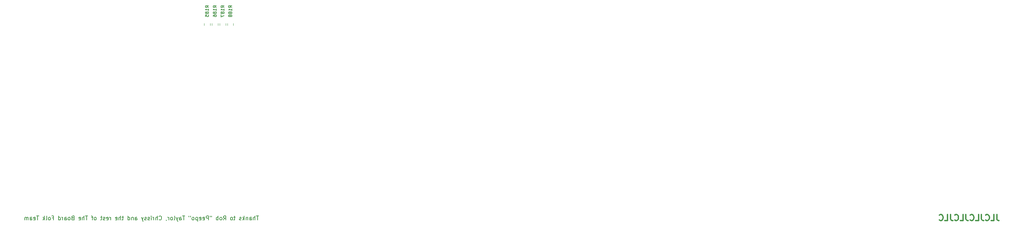
<source format=gbr>
%TF.GenerationSoftware,KiCad,Pcbnew,7.0.7*%
%TF.CreationDate,2023-10-19T16:40:54+01:00*%
%TF.ProjectId,CPC464-2MINI,43504334-3634-42d3-924d-494e492e6b69,rev?*%
%TF.SameCoordinates,Original*%
%TF.FileFunction,Legend,Bot*%
%TF.FilePolarity,Positive*%
%FSLAX46Y46*%
G04 Gerber Fmt 4.6, Leading zero omitted, Abs format (unit mm)*
G04 Created by KiCad (PCBNEW 7.0.7) date 2023-10-19 16:40:54*
%MOMM*%
%LPD*%
G01*
G04 APERTURE LIST*
%ADD10C,0.150000*%
%ADD11C,0.300000*%
%ADD12C,0.120000*%
G04 APERTURE END LIST*
D10*
X73685600Y-110579819D02*
X73114172Y-110579819D01*
X73399886Y-111579819D02*
X73399886Y-110579819D01*
X72780838Y-111579819D02*
X72780838Y-110579819D01*
X72352267Y-111579819D02*
X72352267Y-111056009D01*
X72352267Y-111056009D02*
X72399886Y-110960771D01*
X72399886Y-110960771D02*
X72495124Y-110913152D01*
X72495124Y-110913152D02*
X72637981Y-110913152D01*
X72637981Y-110913152D02*
X72733219Y-110960771D01*
X72733219Y-110960771D02*
X72780838Y-111008390D01*
X71447505Y-111579819D02*
X71447505Y-111056009D01*
X71447505Y-111056009D02*
X71495124Y-110960771D01*
X71495124Y-110960771D02*
X71590362Y-110913152D01*
X71590362Y-110913152D02*
X71780838Y-110913152D01*
X71780838Y-110913152D02*
X71876076Y-110960771D01*
X71447505Y-111532200D02*
X71542743Y-111579819D01*
X71542743Y-111579819D02*
X71780838Y-111579819D01*
X71780838Y-111579819D02*
X71876076Y-111532200D01*
X71876076Y-111532200D02*
X71923695Y-111436961D01*
X71923695Y-111436961D02*
X71923695Y-111341723D01*
X71923695Y-111341723D02*
X71876076Y-111246485D01*
X71876076Y-111246485D02*
X71780838Y-111198866D01*
X71780838Y-111198866D02*
X71542743Y-111198866D01*
X71542743Y-111198866D02*
X71447505Y-111151247D01*
X70971314Y-110913152D02*
X70971314Y-111579819D01*
X70971314Y-111008390D02*
X70923695Y-110960771D01*
X70923695Y-110960771D02*
X70828457Y-110913152D01*
X70828457Y-110913152D02*
X70685600Y-110913152D01*
X70685600Y-110913152D02*
X70590362Y-110960771D01*
X70590362Y-110960771D02*
X70542743Y-111056009D01*
X70542743Y-111056009D02*
X70542743Y-111579819D01*
X70066552Y-111579819D02*
X70066552Y-110579819D01*
X69971314Y-111198866D02*
X69685600Y-111579819D01*
X69685600Y-110913152D02*
X70066552Y-111294104D01*
X69304647Y-111532200D02*
X69209409Y-111579819D01*
X69209409Y-111579819D02*
X69018933Y-111579819D01*
X69018933Y-111579819D02*
X68923695Y-111532200D01*
X68923695Y-111532200D02*
X68876076Y-111436961D01*
X68876076Y-111436961D02*
X68876076Y-111389342D01*
X68876076Y-111389342D02*
X68923695Y-111294104D01*
X68923695Y-111294104D02*
X69018933Y-111246485D01*
X69018933Y-111246485D02*
X69161790Y-111246485D01*
X69161790Y-111246485D02*
X69257028Y-111198866D01*
X69257028Y-111198866D02*
X69304647Y-111103628D01*
X69304647Y-111103628D02*
X69304647Y-111056009D01*
X69304647Y-111056009D02*
X69257028Y-110960771D01*
X69257028Y-110960771D02*
X69161790Y-110913152D01*
X69161790Y-110913152D02*
X69018933Y-110913152D01*
X69018933Y-110913152D02*
X68923695Y-110960771D01*
X67828456Y-110913152D02*
X67447504Y-110913152D01*
X67685599Y-110579819D02*
X67685599Y-111436961D01*
X67685599Y-111436961D02*
X67637980Y-111532200D01*
X67637980Y-111532200D02*
X67542742Y-111579819D01*
X67542742Y-111579819D02*
X67447504Y-111579819D01*
X66971313Y-111579819D02*
X67066551Y-111532200D01*
X67066551Y-111532200D02*
X67114170Y-111484580D01*
X67114170Y-111484580D02*
X67161789Y-111389342D01*
X67161789Y-111389342D02*
X67161789Y-111103628D01*
X67161789Y-111103628D02*
X67114170Y-111008390D01*
X67114170Y-111008390D02*
X67066551Y-110960771D01*
X67066551Y-110960771D02*
X66971313Y-110913152D01*
X66971313Y-110913152D02*
X66828456Y-110913152D01*
X66828456Y-110913152D02*
X66733218Y-110960771D01*
X66733218Y-110960771D02*
X66685599Y-111008390D01*
X66685599Y-111008390D02*
X66637980Y-111103628D01*
X66637980Y-111103628D02*
X66637980Y-111389342D01*
X66637980Y-111389342D02*
X66685599Y-111484580D01*
X66685599Y-111484580D02*
X66733218Y-111532200D01*
X66733218Y-111532200D02*
X66828456Y-111579819D01*
X66828456Y-111579819D02*
X66971313Y-111579819D01*
X64876075Y-111579819D02*
X65209408Y-111103628D01*
X65447503Y-111579819D02*
X65447503Y-110579819D01*
X65447503Y-110579819D02*
X65066551Y-110579819D01*
X65066551Y-110579819D02*
X64971313Y-110627438D01*
X64971313Y-110627438D02*
X64923694Y-110675057D01*
X64923694Y-110675057D02*
X64876075Y-110770295D01*
X64876075Y-110770295D02*
X64876075Y-110913152D01*
X64876075Y-110913152D02*
X64923694Y-111008390D01*
X64923694Y-111008390D02*
X64971313Y-111056009D01*
X64971313Y-111056009D02*
X65066551Y-111103628D01*
X65066551Y-111103628D02*
X65447503Y-111103628D01*
X64304646Y-111579819D02*
X64399884Y-111532200D01*
X64399884Y-111532200D02*
X64447503Y-111484580D01*
X64447503Y-111484580D02*
X64495122Y-111389342D01*
X64495122Y-111389342D02*
X64495122Y-111103628D01*
X64495122Y-111103628D02*
X64447503Y-111008390D01*
X64447503Y-111008390D02*
X64399884Y-110960771D01*
X64399884Y-110960771D02*
X64304646Y-110913152D01*
X64304646Y-110913152D02*
X64161789Y-110913152D01*
X64161789Y-110913152D02*
X64066551Y-110960771D01*
X64066551Y-110960771D02*
X64018932Y-111008390D01*
X64018932Y-111008390D02*
X63971313Y-111103628D01*
X63971313Y-111103628D02*
X63971313Y-111389342D01*
X63971313Y-111389342D02*
X64018932Y-111484580D01*
X64018932Y-111484580D02*
X64066551Y-111532200D01*
X64066551Y-111532200D02*
X64161789Y-111579819D01*
X64161789Y-111579819D02*
X64304646Y-111579819D01*
X63542741Y-111579819D02*
X63542741Y-110579819D01*
X63542741Y-110960771D02*
X63447503Y-110913152D01*
X63447503Y-110913152D02*
X63257027Y-110913152D01*
X63257027Y-110913152D02*
X63161789Y-110960771D01*
X63161789Y-110960771D02*
X63114170Y-111008390D01*
X63114170Y-111008390D02*
X63066551Y-111103628D01*
X63066551Y-111103628D02*
X63066551Y-111389342D01*
X63066551Y-111389342D02*
X63114170Y-111484580D01*
X63114170Y-111484580D02*
X63161789Y-111532200D01*
X63161789Y-111532200D02*
X63257027Y-111579819D01*
X63257027Y-111579819D02*
X63447503Y-111579819D01*
X63447503Y-111579819D02*
X63542741Y-111532200D01*
X61923693Y-110579819D02*
X61923693Y-110770295D01*
X61542741Y-110579819D02*
X61542741Y-110770295D01*
X61114169Y-111579819D02*
X61114169Y-110579819D01*
X61114169Y-110579819D02*
X60733217Y-110579819D01*
X60733217Y-110579819D02*
X60637979Y-110627438D01*
X60637979Y-110627438D02*
X60590360Y-110675057D01*
X60590360Y-110675057D02*
X60542741Y-110770295D01*
X60542741Y-110770295D02*
X60542741Y-110913152D01*
X60542741Y-110913152D02*
X60590360Y-111008390D01*
X60590360Y-111008390D02*
X60637979Y-111056009D01*
X60637979Y-111056009D02*
X60733217Y-111103628D01*
X60733217Y-111103628D02*
X61114169Y-111103628D01*
X59733217Y-111532200D02*
X59828455Y-111579819D01*
X59828455Y-111579819D02*
X60018931Y-111579819D01*
X60018931Y-111579819D02*
X60114169Y-111532200D01*
X60114169Y-111532200D02*
X60161788Y-111436961D01*
X60161788Y-111436961D02*
X60161788Y-111056009D01*
X60161788Y-111056009D02*
X60114169Y-110960771D01*
X60114169Y-110960771D02*
X60018931Y-110913152D01*
X60018931Y-110913152D02*
X59828455Y-110913152D01*
X59828455Y-110913152D02*
X59733217Y-110960771D01*
X59733217Y-110960771D02*
X59685598Y-111056009D01*
X59685598Y-111056009D02*
X59685598Y-111151247D01*
X59685598Y-111151247D02*
X60161788Y-111246485D01*
X58876074Y-111532200D02*
X58971312Y-111579819D01*
X58971312Y-111579819D02*
X59161788Y-111579819D01*
X59161788Y-111579819D02*
X59257026Y-111532200D01*
X59257026Y-111532200D02*
X59304645Y-111436961D01*
X59304645Y-111436961D02*
X59304645Y-111056009D01*
X59304645Y-111056009D02*
X59257026Y-110960771D01*
X59257026Y-110960771D02*
X59161788Y-110913152D01*
X59161788Y-110913152D02*
X58971312Y-110913152D01*
X58971312Y-110913152D02*
X58876074Y-110960771D01*
X58876074Y-110960771D02*
X58828455Y-111056009D01*
X58828455Y-111056009D02*
X58828455Y-111151247D01*
X58828455Y-111151247D02*
X59304645Y-111246485D01*
X58399883Y-110913152D02*
X58399883Y-111913152D01*
X58399883Y-110960771D02*
X58304645Y-110913152D01*
X58304645Y-110913152D02*
X58114169Y-110913152D01*
X58114169Y-110913152D02*
X58018931Y-110960771D01*
X58018931Y-110960771D02*
X57971312Y-111008390D01*
X57971312Y-111008390D02*
X57923693Y-111103628D01*
X57923693Y-111103628D02*
X57923693Y-111389342D01*
X57923693Y-111389342D02*
X57971312Y-111484580D01*
X57971312Y-111484580D02*
X58018931Y-111532200D01*
X58018931Y-111532200D02*
X58114169Y-111579819D01*
X58114169Y-111579819D02*
X58304645Y-111579819D01*
X58304645Y-111579819D02*
X58399883Y-111532200D01*
X57352264Y-111579819D02*
X57447502Y-111532200D01*
X57447502Y-111532200D02*
X57495121Y-111484580D01*
X57495121Y-111484580D02*
X57542740Y-111389342D01*
X57542740Y-111389342D02*
X57542740Y-111103628D01*
X57542740Y-111103628D02*
X57495121Y-111008390D01*
X57495121Y-111008390D02*
X57447502Y-110960771D01*
X57447502Y-110960771D02*
X57352264Y-110913152D01*
X57352264Y-110913152D02*
X57209407Y-110913152D01*
X57209407Y-110913152D02*
X57114169Y-110960771D01*
X57114169Y-110960771D02*
X57066550Y-111008390D01*
X57066550Y-111008390D02*
X57018931Y-111103628D01*
X57018931Y-111103628D02*
X57018931Y-111389342D01*
X57018931Y-111389342D02*
X57066550Y-111484580D01*
X57066550Y-111484580D02*
X57114169Y-111532200D01*
X57114169Y-111532200D02*
X57209407Y-111579819D01*
X57209407Y-111579819D02*
X57352264Y-111579819D01*
X56637978Y-110579819D02*
X56637978Y-110770295D01*
X56257026Y-110579819D02*
X56257026Y-110770295D01*
X55209406Y-110579819D02*
X54637978Y-110579819D01*
X54923692Y-111579819D02*
X54923692Y-110579819D01*
X53876073Y-111579819D02*
X53876073Y-111056009D01*
X53876073Y-111056009D02*
X53923692Y-110960771D01*
X53923692Y-110960771D02*
X54018930Y-110913152D01*
X54018930Y-110913152D02*
X54209406Y-110913152D01*
X54209406Y-110913152D02*
X54304644Y-110960771D01*
X53876073Y-111532200D02*
X53971311Y-111579819D01*
X53971311Y-111579819D02*
X54209406Y-111579819D01*
X54209406Y-111579819D02*
X54304644Y-111532200D01*
X54304644Y-111532200D02*
X54352263Y-111436961D01*
X54352263Y-111436961D02*
X54352263Y-111341723D01*
X54352263Y-111341723D02*
X54304644Y-111246485D01*
X54304644Y-111246485D02*
X54209406Y-111198866D01*
X54209406Y-111198866D02*
X53971311Y-111198866D01*
X53971311Y-111198866D02*
X53876073Y-111151247D01*
X53495120Y-110913152D02*
X53257025Y-111579819D01*
X53018930Y-110913152D02*
X53257025Y-111579819D01*
X53257025Y-111579819D02*
X53352263Y-111817914D01*
X53352263Y-111817914D02*
X53399882Y-111865533D01*
X53399882Y-111865533D02*
X53495120Y-111913152D01*
X52495120Y-111579819D02*
X52590358Y-111532200D01*
X52590358Y-111532200D02*
X52637977Y-111436961D01*
X52637977Y-111436961D02*
X52637977Y-110579819D01*
X51971310Y-111579819D02*
X52066548Y-111532200D01*
X52066548Y-111532200D02*
X52114167Y-111484580D01*
X52114167Y-111484580D02*
X52161786Y-111389342D01*
X52161786Y-111389342D02*
X52161786Y-111103628D01*
X52161786Y-111103628D02*
X52114167Y-111008390D01*
X52114167Y-111008390D02*
X52066548Y-110960771D01*
X52066548Y-110960771D02*
X51971310Y-110913152D01*
X51971310Y-110913152D02*
X51828453Y-110913152D01*
X51828453Y-110913152D02*
X51733215Y-110960771D01*
X51733215Y-110960771D02*
X51685596Y-111008390D01*
X51685596Y-111008390D02*
X51637977Y-111103628D01*
X51637977Y-111103628D02*
X51637977Y-111389342D01*
X51637977Y-111389342D02*
X51685596Y-111484580D01*
X51685596Y-111484580D02*
X51733215Y-111532200D01*
X51733215Y-111532200D02*
X51828453Y-111579819D01*
X51828453Y-111579819D02*
X51971310Y-111579819D01*
X51209405Y-111579819D02*
X51209405Y-110913152D01*
X51209405Y-111103628D02*
X51161786Y-111008390D01*
X51161786Y-111008390D02*
X51114167Y-110960771D01*
X51114167Y-110960771D02*
X51018929Y-110913152D01*
X51018929Y-110913152D02*
X50923691Y-110913152D01*
X50542738Y-111532200D02*
X50542738Y-111579819D01*
X50542738Y-111579819D02*
X50590357Y-111675057D01*
X50590357Y-111675057D02*
X50637976Y-111722676D01*
X48780834Y-111484580D02*
X48828453Y-111532200D01*
X48828453Y-111532200D02*
X48971310Y-111579819D01*
X48971310Y-111579819D02*
X49066548Y-111579819D01*
X49066548Y-111579819D02*
X49209405Y-111532200D01*
X49209405Y-111532200D02*
X49304643Y-111436961D01*
X49304643Y-111436961D02*
X49352262Y-111341723D01*
X49352262Y-111341723D02*
X49399881Y-111151247D01*
X49399881Y-111151247D02*
X49399881Y-111008390D01*
X49399881Y-111008390D02*
X49352262Y-110817914D01*
X49352262Y-110817914D02*
X49304643Y-110722676D01*
X49304643Y-110722676D02*
X49209405Y-110627438D01*
X49209405Y-110627438D02*
X49066548Y-110579819D01*
X49066548Y-110579819D02*
X48971310Y-110579819D01*
X48971310Y-110579819D02*
X48828453Y-110627438D01*
X48828453Y-110627438D02*
X48780834Y-110675057D01*
X48352262Y-111579819D02*
X48352262Y-110579819D01*
X47923691Y-111579819D02*
X47923691Y-111056009D01*
X47923691Y-111056009D02*
X47971310Y-110960771D01*
X47971310Y-110960771D02*
X48066548Y-110913152D01*
X48066548Y-110913152D02*
X48209405Y-110913152D01*
X48209405Y-110913152D02*
X48304643Y-110960771D01*
X48304643Y-110960771D02*
X48352262Y-111008390D01*
X47447500Y-111579819D02*
X47447500Y-110913152D01*
X47447500Y-111103628D02*
X47399881Y-111008390D01*
X47399881Y-111008390D02*
X47352262Y-110960771D01*
X47352262Y-110960771D02*
X47257024Y-110913152D01*
X47257024Y-110913152D02*
X47161786Y-110913152D01*
X46828452Y-111579819D02*
X46828452Y-110913152D01*
X46828452Y-110579819D02*
X46876071Y-110627438D01*
X46876071Y-110627438D02*
X46828452Y-110675057D01*
X46828452Y-110675057D02*
X46780833Y-110627438D01*
X46780833Y-110627438D02*
X46828452Y-110579819D01*
X46828452Y-110579819D02*
X46828452Y-110675057D01*
X46399881Y-111532200D02*
X46304643Y-111579819D01*
X46304643Y-111579819D02*
X46114167Y-111579819D01*
X46114167Y-111579819D02*
X46018929Y-111532200D01*
X46018929Y-111532200D02*
X45971310Y-111436961D01*
X45971310Y-111436961D02*
X45971310Y-111389342D01*
X45971310Y-111389342D02*
X46018929Y-111294104D01*
X46018929Y-111294104D02*
X46114167Y-111246485D01*
X46114167Y-111246485D02*
X46257024Y-111246485D01*
X46257024Y-111246485D02*
X46352262Y-111198866D01*
X46352262Y-111198866D02*
X46399881Y-111103628D01*
X46399881Y-111103628D02*
X46399881Y-111056009D01*
X46399881Y-111056009D02*
X46352262Y-110960771D01*
X46352262Y-110960771D02*
X46257024Y-110913152D01*
X46257024Y-110913152D02*
X46114167Y-110913152D01*
X46114167Y-110913152D02*
X46018929Y-110960771D01*
X45590357Y-111532200D02*
X45495119Y-111579819D01*
X45495119Y-111579819D02*
X45304643Y-111579819D01*
X45304643Y-111579819D02*
X45209405Y-111532200D01*
X45209405Y-111532200D02*
X45161786Y-111436961D01*
X45161786Y-111436961D02*
X45161786Y-111389342D01*
X45161786Y-111389342D02*
X45209405Y-111294104D01*
X45209405Y-111294104D02*
X45304643Y-111246485D01*
X45304643Y-111246485D02*
X45447500Y-111246485D01*
X45447500Y-111246485D02*
X45542738Y-111198866D01*
X45542738Y-111198866D02*
X45590357Y-111103628D01*
X45590357Y-111103628D02*
X45590357Y-111056009D01*
X45590357Y-111056009D02*
X45542738Y-110960771D01*
X45542738Y-110960771D02*
X45447500Y-110913152D01*
X45447500Y-110913152D02*
X45304643Y-110913152D01*
X45304643Y-110913152D02*
X45209405Y-110960771D01*
X44828452Y-110913152D02*
X44590357Y-111579819D01*
X44352262Y-110913152D02*
X44590357Y-111579819D01*
X44590357Y-111579819D02*
X44685595Y-111817914D01*
X44685595Y-111817914D02*
X44733214Y-111865533D01*
X44733214Y-111865533D02*
X44828452Y-111913152D01*
X42780833Y-111579819D02*
X42780833Y-111056009D01*
X42780833Y-111056009D02*
X42828452Y-110960771D01*
X42828452Y-110960771D02*
X42923690Y-110913152D01*
X42923690Y-110913152D02*
X43114166Y-110913152D01*
X43114166Y-110913152D02*
X43209404Y-110960771D01*
X42780833Y-111532200D02*
X42876071Y-111579819D01*
X42876071Y-111579819D02*
X43114166Y-111579819D01*
X43114166Y-111579819D02*
X43209404Y-111532200D01*
X43209404Y-111532200D02*
X43257023Y-111436961D01*
X43257023Y-111436961D02*
X43257023Y-111341723D01*
X43257023Y-111341723D02*
X43209404Y-111246485D01*
X43209404Y-111246485D02*
X43114166Y-111198866D01*
X43114166Y-111198866D02*
X42876071Y-111198866D01*
X42876071Y-111198866D02*
X42780833Y-111151247D01*
X42304642Y-110913152D02*
X42304642Y-111579819D01*
X42304642Y-111008390D02*
X42257023Y-110960771D01*
X42257023Y-110960771D02*
X42161785Y-110913152D01*
X42161785Y-110913152D02*
X42018928Y-110913152D01*
X42018928Y-110913152D02*
X41923690Y-110960771D01*
X41923690Y-110960771D02*
X41876071Y-111056009D01*
X41876071Y-111056009D02*
X41876071Y-111579819D01*
X40971309Y-111579819D02*
X40971309Y-110579819D01*
X40971309Y-111532200D02*
X41066547Y-111579819D01*
X41066547Y-111579819D02*
X41257023Y-111579819D01*
X41257023Y-111579819D02*
X41352261Y-111532200D01*
X41352261Y-111532200D02*
X41399880Y-111484580D01*
X41399880Y-111484580D02*
X41447499Y-111389342D01*
X41447499Y-111389342D02*
X41447499Y-111103628D01*
X41447499Y-111103628D02*
X41399880Y-111008390D01*
X41399880Y-111008390D02*
X41352261Y-110960771D01*
X41352261Y-110960771D02*
X41257023Y-110913152D01*
X41257023Y-110913152D02*
X41066547Y-110913152D01*
X41066547Y-110913152D02*
X40971309Y-110960771D01*
X39876070Y-110913152D02*
X39495118Y-110913152D01*
X39733213Y-110579819D02*
X39733213Y-111436961D01*
X39733213Y-111436961D02*
X39685594Y-111532200D01*
X39685594Y-111532200D02*
X39590356Y-111579819D01*
X39590356Y-111579819D02*
X39495118Y-111579819D01*
X39161784Y-111579819D02*
X39161784Y-110579819D01*
X38733213Y-111579819D02*
X38733213Y-111056009D01*
X38733213Y-111056009D02*
X38780832Y-110960771D01*
X38780832Y-110960771D02*
X38876070Y-110913152D01*
X38876070Y-110913152D02*
X39018927Y-110913152D01*
X39018927Y-110913152D02*
X39114165Y-110960771D01*
X39114165Y-110960771D02*
X39161784Y-111008390D01*
X37876070Y-111532200D02*
X37971308Y-111579819D01*
X37971308Y-111579819D02*
X38161784Y-111579819D01*
X38161784Y-111579819D02*
X38257022Y-111532200D01*
X38257022Y-111532200D02*
X38304641Y-111436961D01*
X38304641Y-111436961D02*
X38304641Y-111056009D01*
X38304641Y-111056009D02*
X38257022Y-110960771D01*
X38257022Y-110960771D02*
X38161784Y-110913152D01*
X38161784Y-110913152D02*
X37971308Y-110913152D01*
X37971308Y-110913152D02*
X37876070Y-110960771D01*
X37876070Y-110960771D02*
X37828451Y-111056009D01*
X37828451Y-111056009D02*
X37828451Y-111151247D01*
X37828451Y-111151247D02*
X38304641Y-111246485D01*
X36637974Y-111579819D02*
X36637974Y-110913152D01*
X36637974Y-111103628D02*
X36590355Y-111008390D01*
X36590355Y-111008390D02*
X36542736Y-110960771D01*
X36542736Y-110960771D02*
X36447498Y-110913152D01*
X36447498Y-110913152D02*
X36352260Y-110913152D01*
X35637974Y-111532200D02*
X35733212Y-111579819D01*
X35733212Y-111579819D02*
X35923688Y-111579819D01*
X35923688Y-111579819D02*
X36018926Y-111532200D01*
X36018926Y-111532200D02*
X36066545Y-111436961D01*
X36066545Y-111436961D02*
X36066545Y-111056009D01*
X36066545Y-111056009D02*
X36018926Y-110960771D01*
X36018926Y-110960771D02*
X35923688Y-110913152D01*
X35923688Y-110913152D02*
X35733212Y-110913152D01*
X35733212Y-110913152D02*
X35637974Y-110960771D01*
X35637974Y-110960771D02*
X35590355Y-111056009D01*
X35590355Y-111056009D02*
X35590355Y-111151247D01*
X35590355Y-111151247D02*
X36066545Y-111246485D01*
X35209402Y-111532200D02*
X35114164Y-111579819D01*
X35114164Y-111579819D02*
X34923688Y-111579819D01*
X34923688Y-111579819D02*
X34828450Y-111532200D01*
X34828450Y-111532200D02*
X34780831Y-111436961D01*
X34780831Y-111436961D02*
X34780831Y-111389342D01*
X34780831Y-111389342D02*
X34828450Y-111294104D01*
X34828450Y-111294104D02*
X34923688Y-111246485D01*
X34923688Y-111246485D02*
X35066545Y-111246485D01*
X35066545Y-111246485D02*
X35161783Y-111198866D01*
X35161783Y-111198866D02*
X35209402Y-111103628D01*
X35209402Y-111103628D02*
X35209402Y-111056009D01*
X35209402Y-111056009D02*
X35161783Y-110960771D01*
X35161783Y-110960771D02*
X35066545Y-110913152D01*
X35066545Y-110913152D02*
X34923688Y-110913152D01*
X34923688Y-110913152D02*
X34828450Y-110960771D01*
X34495116Y-110913152D02*
X34114164Y-110913152D01*
X34352259Y-110579819D02*
X34352259Y-111436961D01*
X34352259Y-111436961D02*
X34304640Y-111532200D01*
X34304640Y-111532200D02*
X34209402Y-111579819D01*
X34209402Y-111579819D02*
X34114164Y-111579819D01*
X32876068Y-111579819D02*
X32971306Y-111532200D01*
X32971306Y-111532200D02*
X33018925Y-111484580D01*
X33018925Y-111484580D02*
X33066544Y-111389342D01*
X33066544Y-111389342D02*
X33066544Y-111103628D01*
X33066544Y-111103628D02*
X33018925Y-111008390D01*
X33018925Y-111008390D02*
X32971306Y-110960771D01*
X32971306Y-110960771D02*
X32876068Y-110913152D01*
X32876068Y-110913152D02*
X32733211Y-110913152D01*
X32733211Y-110913152D02*
X32637973Y-110960771D01*
X32637973Y-110960771D02*
X32590354Y-111008390D01*
X32590354Y-111008390D02*
X32542735Y-111103628D01*
X32542735Y-111103628D02*
X32542735Y-111389342D01*
X32542735Y-111389342D02*
X32590354Y-111484580D01*
X32590354Y-111484580D02*
X32637973Y-111532200D01*
X32637973Y-111532200D02*
X32733211Y-111579819D01*
X32733211Y-111579819D02*
X32876068Y-111579819D01*
X32257020Y-110913152D02*
X31876068Y-110913152D01*
X32114163Y-111579819D02*
X32114163Y-110722676D01*
X32114163Y-110722676D02*
X32066544Y-110627438D01*
X32066544Y-110627438D02*
X31971306Y-110579819D01*
X31971306Y-110579819D02*
X31876068Y-110579819D01*
X30923686Y-110579819D02*
X30352258Y-110579819D01*
X30637972Y-111579819D02*
X30637972Y-110579819D01*
X30018924Y-111579819D02*
X30018924Y-110579819D01*
X29590353Y-111579819D02*
X29590353Y-111056009D01*
X29590353Y-111056009D02*
X29637972Y-110960771D01*
X29637972Y-110960771D02*
X29733210Y-110913152D01*
X29733210Y-110913152D02*
X29876067Y-110913152D01*
X29876067Y-110913152D02*
X29971305Y-110960771D01*
X29971305Y-110960771D02*
X30018924Y-111008390D01*
X28733210Y-111532200D02*
X28828448Y-111579819D01*
X28828448Y-111579819D02*
X29018924Y-111579819D01*
X29018924Y-111579819D02*
X29114162Y-111532200D01*
X29114162Y-111532200D02*
X29161781Y-111436961D01*
X29161781Y-111436961D02*
X29161781Y-111056009D01*
X29161781Y-111056009D02*
X29114162Y-110960771D01*
X29114162Y-110960771D02*
X29018924Y-110913152D01*
X29018924Y-110913152D02*
X28828448Y-110913152D01*
X28828448Y-110913152D02*
X28733210Y-110960771D01*
X28733210Y-110960771D02*
X28685591Y-111056009D01*
X28685591Y-111056009D02*
X28685591Y-111151247D01*
X28685591Y-111151247D02*
X29161781Y-111246485D01*
X27161781Y-111056009D02*
X27018924Y-111103628D01*
X27018924Y-111103628D02*
X26971305Y-111151247D01*
X26971305Y-111151247D02*
X26923686Y-111246485D01*
X26923686Y-111246485D02*
X26923686Y-111389342D01*
X26923686Y-111389342D02*
X26971305Y-111484580D01*
X26971305Y-111484580D02*
X27018924Y-111532200D01*
X27018924Y-111532200D02*
X27114162Y-111579819D01*
X27114162Y-111579819D02*
X27495114Y-111579819D01*
X27495114Y-111579819D02*
X27495114Y-110579819D01*
X27495114Y-110579819D02*
X27161781Y-110579819D01*
X27161781Y-110579819D02*
X27066543Y-110627438D01*
X27066543Y-110627438D02*
X27018924Y-110675057D01*
X27018924Y-110675057D02*
X26971305Y-110770295D01*
X26971305Y-110770295D02*
X26971305Y-110865533D01*
X26971305Y-110865533D02*
X27018924Y-110960771D01*
X27018924Y-110960771D02*
X27066543Y-111008390D01*
X27066543Y-111008390D02*
X27161781Y-111056009D01*
X27161781Y-111056009D02*
X27495114Y-111056009D01*
X26352257Y-111579819D02*
X26447495Y-111532200D01*
X26447495Y-111532200D02*
X26495114Y-111484580D01*
X26495114Y-111484580D02*
X26542733Y-111389342D01*
X26542733Y-111389342D02*
X26542733Y-111103628D01*
X26542733Y-111103628D02*
X26495114Y-111008390D01*
X26495114Y-111008390D02*
X26447495Y-110960771D01*
X26447495Y-110960771D02*
X26352257Y-110913152D01*
X26352257Y-110913152D02*
X26209400Y-110913152D01*
X26209400Y-110913152D02*
X26114162Y-110960771D01*
X26114162Y-110960771D02*
X26066543Y-111008390D01*
X26066543Y-111008390D02*
X26018924Y-111103628D01*
X26018924Y-111103628D02*
X26018924Y-111389342D01*
X26018924Y-111389342D02*
X26066543Y-111484580D01*
X26066543Y-111484580D02*
X26114162Y-111532200D01*
X26114162Y-111532200D02*
X26209400Y-111579819D01*
X26209400Y-111579819D02*
X26352257Y-111579819D01*
X25161781Y-111579819D02*
X25161781Y-111056009D01*
X25161781Y-111056009D02*
X25209400Y-110960771D01*
X25209400Y-110960771D02*
X25304638Y-110913152D01*
X25304638Y-110913152D02*
X25495114Y-110913152D01*
X25495114Y-110913152D02*
X25590352Y-110960771D01*
X25161781Y-111532200D02*
X25257019Y-111579819D01*
X25257019Y-111579819D02*
X25495114Y-111579819D01*
X25495114Y-111579819D02*
X25590352Y-111532200D01*
X25590352Y-111532200D02*
X25637971Y-111436961D01*
X25637971Y-111436961D02*
X25637971Y-111341723D01*
X25637971Y-111341723D02*
X25590352Y-111246485D01*
X25590352Y-111246485D02*
X25495114Y-111198866D01*
X25495114Y-111198866D02*
X25257019Y-111198866D01*
X25257019Y-111198866D02*
X25161781Y-111151247D01*
X24685590Y-111579819D02*
X24685590Y-110913152D01*
X24685590Y-111103628D02*
X24637971Y-111008390D01*
X24637971Y-111008390D02*
X24590352Y-110960771D01*
X24590352Y-110960771D02*
X24495114Y-110913152D01*
X24495114Y-110913152D02*
X24399876Y-110913152D01*
X23637971Y-111579819D02*
X23637971Y-110579819D01*
X23637971Y-111532200D02*
X23733209Y-111579819D01*
X23733209Y-111579819D02*
X23923685Y-111579819D01*
X23923685Y-111579819D02*
X24018923Y-111532200D01*
X24018923Y-111532200D02*
X24066542Y-111484580D01*
X24066542Y-111484580D02*
X24114161Y-111389342D01*
X24114161Y-111389342D02*
X24114161Y-111103628D01*
X24114161Y-111103628D02*
X24066542Y-111008390D01*
X24066542Y-111008390D02*
X24018923Y-110960771D01*
X24018923Y-110960771D02*
X23923685Y-110913152D01*
X23923685Y-110913152D02*
X23733209Y-110913152D01*
X23733209Y-110913152D02*
X23637971Y-110960771D01*
X22066542Y-111056009D02*
X22399875Y-111056009D01*
X22399875Y-111579819D02*
X22399875Y-110579819D01*
X22399875Y-110579819D02*
X21923685Y-110579819D01*
X21399875Y-111579819D02*
X21495113Y-111532200D01*
X21495113Y-111532200D02*
X21542732Y-111484580D01*
X21542732Y-111484580D02*
X21590351Y-111389342D01*
X21590351Y-111389342D02*
X21590351Y-111103628D01*
X21590351Y-111103628D02*
X21542732Y-111008390D01*
X21542732Y-111008390D02*
X21495113Y-110960771D01*
X21495113Y-110960771D02*
X21399875Y-110913152D01*
X21399875Y-110913152D02*
X21257018Y-110913152D01*
X21257018Y-110913152D02*
X21161780Y-110960771D01*
X21161780Y-110960771D02*
X21114161Y-111008390D01*
X21114161Y-111008390D02*
X21066542Y-111103628D01*
X21066542Y-111103628D02*
X21066542Y-111389342D01*
X21066542Y-111389342D02*
X21114161Y-111484580D01*
X21114161Y-111484580D02*
X21161780Y-111532200D01*
X21161780Y-111532200D02*
X21257018Y-111579819D01*
X21257018Y-111579819D02*
X21399875Y-111579819D01*
X20495113Y-111579819D02*
X20590351Y-111532200D01*
X20590351Y-111532200D02*
X20637970Y-111436961D01*
X20637970Y-111436961D02*
X20637970Y-110579819D01*
X20114160Y-111579819D02*
X20114160Y-110579819D01*
X20018922Y-111198866D02*
X19733208Y-111579819D01*
X19733208Y-110913152D02*
X20114160Y-111294104D01*
X18685588Y-110579819D02*
X18114160Y-110579819D01*
X18399874Y-111579819D02*
X18399874Y-110579819D01*
X17399874Y-111532200D02*
X17495112Y-111579819D01*
X17495112Y-111579819D02*
X17685588Y-111579819D01*
X17685588Y-111579819D02*
X17780826Y-111532200D01*
X17780826Y-111532200D02*
X17828445Y-111436961D01*
X17828445Y-111436961D02*
X17828445Y-111056009D01*
X17828445Y-111056009D02*
X17780826Y-110960771D01*
X17780826Y-110960771D02*
X17685588Y-110913152D01*
X17685588Y-110913152D02*
X17495112Y-110913152D01*
X17495112Y-110913152D02*
X17399874Y-110960771D01*
X17399874Y-110960771D02*
X17352255Y-111056009D01*
X17352255Y-111056009D02*
X17352255Y-111151247D01*
X17352255Y-111151247D02*
X17828445Y-111246485D01*
X16495112Y-111579819D02*
X16495112Y-111056009D01*
X16495112Y-111056009D02*
X16542731Y-110960771D01*
X16542731Y-110960771D02*
X16637969Y-110913152D01*
X16637969Y-110913152D02*
X16828445Y-110913152D01*
X16828445Y-110913152D02*
X16923683Y-110960771D01*
X16495112Y-111532200D02*
X16590350Y-111579819D01*
X16590350Y-111579819D02*
X16828445Y-111579819D01*
X16828445Y-111579819D02*
X16923683Y-111532200D01*
X16923683Y-111532200D02*
X16971302Y-111436961D01*
X16971302Y-111436961D02*
X16971302Y-111341723D01*
X16971302Y-111341723D02*
X16923683Y-111246485D01*
X16923683Y-111246485D02*
X16828445Y-111198866D01*
X16828445Y-111198866D02*
X16590350Y-111198866D01*
X16590350Y-111198866D02*
X16495112Y-111151247D01*
X16018921Y-111579819D02*
X16018921Y-110913152D01*
X16018921Y-111008390D02*
X15971302Y-110960771D01*
X15971302Y-110960771D02*
X15876064Y-110913152D01*
X15876064Y-110913152D02*
X15733207Y-110913152D01*
X15733207Y-110913152D02*
X15637969Y-110960771D01*
X15637969Y-110960771D02*
X15590350Y-111056009D01*
X15590350Y-111056009D02*
X15590350Y-111579819D01*
X15590350Y-111056009D02*
X15542731Y-110960771D01*
X15542731Y-110960771D02*
X15447493Y-110913152D01*
X15447493Y-110913152D02*
X15304636Y-110913152D01*
X15304636Y-110913152D02*
X15209397Y-110960771D01*
X15209397Y-110960771D02*
X15161778Y-111056009D01*
X15161778Y-111056009D02*
X15161778Y-111579819D01*
D11*
X258291917Y-110225828D02*
X258291917Y-111297257D01*
X258291917Y-111297257D02*
X258363346Y-111511542D01*
X258363346Y-111511542D02*
X258506203Y-111654400D01*
X258506203Y-111654400D02*
X258720489Y-111725828D01*
X258720489Y-111725828D02*
X258863346Y-111725828D01*
X256863346Y-111725828D02*
X257577632Y-111725828D01*
X257577632Y-111725828D02*
X257577632Y-110225828D01*
X255506203Y-111582971D02*
X255577631Y-111654400D01*
X255577631Y-111654400D02*
X255791917Y-111725828D01*
X255791917Y-111725828D02*
X255934774Y-111725828D01*
X255934774Y-111725828D02*
X256149060Y-111654400D01*
X256149060Y-111654400D02*
X256291917Y-111511542D01*
X256291917Y-111511542D02*
X256363346Y-111368685D01*
X256363346Y-111368685D02*
X256434774Y-111082971D01*
X256434774Y-111082971D02*
X256434774Y-110868685D01*
X256434774Y-110868685D02*
X256363346Y-110582971D01*
X256363346Y-110582971D02*
X256291917Y-110440114D01*
X256291917Y-110440114D02*
X256149060Y-110297257D01*
X256149060Y-110297257D02*
X255934774Y-110225828D01*
X255934774Y-110225828D02*
X255791917Y-110225828D01*
X255791917Y-110225828D02*
X255577631Y-110297257D01*
X255577631Y-110297257D02*
X255506203Y-110368685D01*
X254434774Y-110225828D02*
X254434774Y-111297257D01*
X254434774Y-111297257D02*
X254506203Y-111511542D01*
X254506203Y-111511542D02*
X254649060Y-111654400D01*
X254649060Y-111654400D02*
X254863346Y-111725828D01*
X254863346Y-111725828D02*
X255006203Y-111725828D01*
X253006203Y-111725828D02*
X253720489Y-111725828D01*
X253720489Y-111725828D02*
X253720489Y-110225828D01*
X251649060Y-111582971D02*
X251720488Y-111654400D01*
X251720488Y-111654400D02*
X251934774Y-111725828D01*
X251934774Y-111725828D02*
X252077631Y-111725828D01*
X252077631Y-111725828D02*
X252291917Y-111654400D01*
X252291917Y-111654400D02*
X252434774Y-111511542D01*
X252434774Y-111511542D02*
X252506203Y-111368685D01*
X252506203Y-111368685D02*
X252577631Y-111082971D01*
X252577631Y-111082971D02*
X252577631Y-110868685D01*
X252577631Y-110868685D02*
X252506203Y-110582971D01*
X252506203Y-110582971D02*
X252434774Y-110440114D01*
X252434774Y-110440114D02*
X252291917Y-110297257D01*
X252291917Y-110297257D02*
X252077631Y-110225828D01*
X252077631Y-110225828D02*
X251934774Y-110225828D01*
X251934774Y-110225828D02*
X251720488Y-110297257D01*
X251720488Y-110297257D02*
X251649060Y-110368685D01*
X250577631Y-110225828D02*
X250577631Y-111297257D01*
X250577631Y-111297257D02*
X250649060Y-111511542D01*
X250649060Y-111511542D02*
X250791917Y-111654400D01*
X250791917Y-111654400D02*
X251006203Y-111725828D01*
X251006203Y-111725828D02*
X251149060Y-111725828D01*
X249149060Y-111725828D02*
X249863346Y-111725828D01*
X249863346Y-111725828D02*
X249863346Y-110225828D01*
X247791917Y-111582971D02*
X247863345Y-111654400D01*
X247863345Y-111654400D02*
X248077631Y-111725828D01*
X248077631Y-111725828D02*
X248220488Y-111725828D01*
X248220488Y-111725828D02*
X248434774Y-111654400D01*
X248434774Y-111654400D02*
X248577631Y-111511542D01*
X248577631Y-111511542D02*
X248649060Y-111368685D01*
X248649060Y-111368685D02*
X248720488Y-111082971D01*
X248720488Y-111082971D02*
X248720488Y-110868685D01*
X248720488Y-110868685D02*
X248649060Y-110582971D01*
X248649060Y-110582971D02*
X248577631Y-110440114D01*
X248577631Y-110440114D02*
X248434774Y-110297257D01*
X248434774Y-110297257D02*
X248220488Y-110225828D01*
X248220488Y-110225828D02*
X248077631Y-110225828D01*
X248077631Y-110225828D02*
X247863345Y-110297257D01*
X247863345Y-110297257D02*
X247791917Y-110368685D01*
X246720488Y-110225828D02*
X246720488Y-111297257D01*
X246720488Y-111297257D02*
X246791917Y-111511542D01*
X246791917Y-111511542D02*
X246934774Y-111654400D01*
X246934774Y-111654400D02*
X247149060Y-111725828D01*
X247149060Y-111725828D02*
X247291917Y-111725828D01*
X245291917Y-111725828D02*
X246006203Y-111725828D01*
X246006203Y-111725828D02*
X246006203Y-110225828D01*
X243934774Y-111582971D02*
X244006202Y-111654400D01*
X244006202Y-111654400D02*
X244220488Y-111725828D01*
X244220488Y-111725828D02*
X244363345Y-111725828D01*
X244363345Y-111725828D02*
X244577631Y-111654400D01*
X244577631Y-111654400D02*
X244720488Y-111511542D01*
X244720488Y-111511542D02*
X244791917Y-111368685D01*
X244791917Y-111368685D02*
X244863345Y-111082971D01*
X244863345Y-111082971D02*
X244863345Y-110868685D01*
X244863345Y-110868685D02*
X244791917Y-110582971D01*
X244791917Y-110582971D02*
X244720488Y-110440114D01*
X244720488Y-110440114D02*
X244577631Y-110297257D01*
X244577631Y-110297257D02*
X244363345Y-110225828D01*
X244363345Y-110225828D02*
X244220488Y-110225828D01*
X244220488Y-110225828D02*
X244006202Y-110297257D01*
X244006202Y-110297257D02*
X243934774Y-110368685D01*
D10*
X65037295Y-58419762D02*
X64656342Y-58153095D01*
X65037295Y-57962619D02*
X64237295Y-57962619D01*
X64237295Y-57962619D02*
X64237295Y-58267381D01*
X64237295Y-58267381D02*
X64275390Y-58343571D01*
X64275390Y-58343571D02*
X64313485Y-58381666D01*
X64313485Y-58381666D02*
X64389676Y-58419762D01*
X64389676Y-58419762D02*
X64503961Y-58419762D01*
X64503961Y-58419762D02*
X64580152Y-58381666D01*
X64580152Y-58381666D02*
X64618247Y-58343571D01*
X64618247Y-58343571D02*
X64656342Y-58267381D01*
X64656342Y-58267381D02*
X64656342Y-57962619D01*
X65037295Y-59181666D02*
X65037295Y-58724523D01*
X65037295Y-58953095D02*
X64237295Y-58953095D01*
X64237295Y-58953095D02*
X64351580Y-58876904D01*
X64351580Y-58876904D02*
X64427771Y-58800714D01*
X64427771Y-58800714D02*
X64465866Y-58724523D01*
X64580152Y-59638809D02*
X64542057Y-59562619D01*
X64542057Y-59562619D02*
X64503961Y-59524524D01*
X64503961Y-59524524D02*
X64427771Y-59486428D01*
X64427771Y-59486428D02*
X64389676Y-59486428D01*
X64389676Y-59486428D02*
X64313485Y-59524524D01*
X64313485Y-59524524D02*
X64275390Y-59562619D01*
X64275390Y-59562619D02*
X64237295Y-59638809D01*
X64237295Y-59638809D02*
X64237295Y-59791190D01*
X64237295Y-59791190D02*
X64275390Y-59867381D01*
X64275390Y-59867381D02*
X64313485Y-59905476D01*
X64313485Y-59905476D02*
X64389676Y-59943571D01*
X64389676Y-59943571D02*
X64427771Y-59943571D01*
X64427771Y-59943571D02*
X64503961Y-59905476D01*
X64503961Y-59905476D02*
X64542057Y-59867381D01*
X64542057Y-59867381D02*
X64580152Y-59791190D01*
X64580152Y-59791190D02*
X64580152Y-59638809D01*
X64580152Y-59638809D02*
X64618247Y-59562619D01*
X64618247Y-59562619D02*
X64656342Y-59524524D01*
X64656342Y-59524524D02*
X64732533Y-59486428D01*
X64732533Y-59486428D02*
X64884914Y-59486428D01*
X64884914Y-59486428D02*
X64961104Y-59524524D01*
X64961104Y-59524524D02*
X64999200Y-59562619D01*
X64999200Y-59562619D02*
X65037295Y-59638809D01*
X65037295Y-59638809D02*
X65037295Y-59791190D01*
X65037295Y-59791190D02*
X64999200Y-59867381D01*
X64999200Y-59867381D02*
X64961104Y-59905476D01*
X64961104Y-59905476D02*
X64884914Y-59943571D01*
X64884914Y-59943571D02*
X64732533Y-59943571D01*
X64732533Y-59943571D02*
X64656342Y-59905476D01*
X64656342Y-59905476D02*
X64618247Y-59867381D01*
X64618247Y-59867381D02*
X64580152Y-59791190D01*
X64237295Y-60210238D02*
X64237295Y-60743572D01*
X64237295Y-60743572D02*
X65037295Y-60400714D01*
X63097295Y-58419762D02*
X62716342Y-58153095D01*
X63097295Y-57962619D02*
X62297295Y-57962619D01*
X62297295Y-57962619D02*
X62297295Y-58267381D01*
X62297295Y-58267381D02*
X62335390Y-58343571D01*
X62335390Y-58343571D02*
X62373485Y-58381666D01*
X62373485Y-58381666D02*
X62449676Y-58419762D01*
X62449676Y-58419762D02*
X62563961Y-58419762D01*
X62563961Y-58419762D02*
X62640152Y-58381666D01*
X62640152Y-58381666D02*
X62678247Y-58343571D01*
X62678247Y-58343571D02*
X62716342Y-58267381D01*
X62716342Y-58267381D02*
X62716342Y-57962619D01*
X63097295Y-59181666D02*
X63097295Y-58724523D01*
X63097295Y-58953095D02*
X62297295Y-58953095D01*
X62297295Y-58953095D02*
X62411580Y-58876904D01*
X62411580Y-58876904D02*
X62487771Y-58800714D01*
X62487771Y-58800714D02*
X62525866Y-58724523D01*
X62640152Y-59638809D02*
X62602057Y-59562619D01*
X62602057Y-59562619D02*
X62563961Y-59524524D01*
X62563961Y-59524524D02*
X62487771Y-59486428D01*
X62487771Y-59486428D02*
X62449676Y-59486428D01*
X62449676Y-59486428D02*
X62373485Y-59524524D01*
X62373485Y-59524524D02*
X62335390Y-59562619D01*
X62335390Y-59562619D02*
X62297295Y-59638809D01*
X62297295Y-59638809D02*
X62297295Y-59791190D01*
X62297295Y-59791190D02*
X62335390Y-59867381D01*
X62335390Y-59867381D02*
X62373485Y-59905476D01*
X62373485Y-59905476D02*
X62449676Y-59943571D01*
X62449676Y-59943571D02*
X62487771Y-59943571D01*
X62487771Y-59943571D02*
X62563961Y-59905476D01*
X62563961Y-59905476D02*
X62602057Y-59867381D01*
X62602057Y-59867381D02*
X62640152Y-59791190D01*
X62640152Y-59791190D02*
X62640152Y-59638809D01*
X62640152Y-59638809D02*
X62678247Y-59562619D01*
X62678247Y-59562619D02*
X62716342Y-59524524D01*
X62716342Y-59524524D02*
X62792533Y-59486428D01*
X62792533Y-59486428D02*
X62944914Y-59486428D01*
X62944914Y-59486428D02*
X63021104Y-59524524D01*
X63021104Y-59524524D02*
X63059200Y-59562619D01*
X63059200Y-59562619D02*
X63097295Y-59638809D01*
X63097295Y-59638809D02*
X63097295Y-59791190D01*
X63097295Y-59791190D02*
X63059200Y-59867381D01*
X63059200Y-59867381D02*
X63021104Y-59905476D01*
X63021104Y-59905476D02*
X62944914Y-59943571D01*
X62944914Y-59943571D02*
X62792533Y-59943571D01*
X62792533Y-59943571D02*
X62716342Y-59905476D01*
X62716342Y-59905476D02*
X62678247Y-59867381D01*
X62678247Y-59867381D02*
X62640152Y-59791190D01*
X62297295Y-60629286D02*
X62297295Y-60476905D01*
X62297295Y-60476905D02*
X62335390Y-60400714D01*
X62335390Y-60400714D02*
X62373485Y-60362619D01*
X62373485Y-60362619D02*
X62487771Y-60286429D01*
X62487771Y-60286429D02*
X62640152Y-60248333D01*
X62640152Y-60248333D02*
X62944914Y-60248333D01*
X62944914Y-60248333D02*
X63021104Y-60286429D01*
X63021104Y-60286429D02*
X63059200Y-60324524D01*
X63059200Y-60324524D02*
X63097295Y-60400714D01*
X63097295Y-60400714D02*
X63097295Y-60553095D01*
X63097295Y-60553095D02*
X63059200Y-60629286D01*
X63059200Y-60629286D02*
X63021104Y-60667381D01*
X63021104Y-60667381D02*
X62944914Y-60705476D01*
X62944914Y-60705476D02*
X62754438Y-60705476D01*
X62754438Y-60705476D02*
X62678247Y-60667381D01*
X62678247Y-60667381D02*
X62640152Y-60629286D01*
X62640152Y-60629286D02*
X62602057Y-60553095D01*
X62602057Y-60553095D02*
X62602057Y-60400714D01*
X62602057Y-60400714D02*
X62640152Y-60324524D01*
X62640152Y-60324524D02*
X62678247Y-60286429D01*
X62678247Y-60286429D02*
X62754438Y-60248333D01*
X61167295Y-58419762D02*
X60786342Y-58153095D01*
X61167295Y-57962619D02*
X60367295Y-57962619D01*
X60367295Y-57962619D02*
X60367295Y-58267381D01*
X60367295Y-58267381D02*
X60405390Y-58343571D01*
X60405390Y-58343571D02*
X60443485Y-58381666D01*
X60443485Y-58381666D02*
X60519676Y-58419762D01*
X60519676Y-58419762D02*
X60633961Y-58419762D01*
X60633961Y-58419762D02*
X60710152Y-58381666D01*
X60710152Y-58381666D02*
X60748247Y-58343571D01*
X60748247Y-58343571D02*
X60786342Y-58267381D01*
X60786342Y-58267381D02*
X60786342Y-57962619D01*
X61167295Y-59181666D02*
X61167295Y-58724523D01*
X61167295Y-58953095D02*
X60367295Y-58953095D01*
X60367295Y-58953095D02*
X60481580Y-58876904D01*
X60481580Y-58876904D02*
X60557771Y-58800714D01*
X60557771Y-58800714D02*
X60595866Y-58724523D01*
X60710152Y-59638809D02*
X60672057Y-59562619D01*
X60672057Y-59562619D02*
X60633961Y-59524524D01*
X60633961Y-59524524D02*
X60557771Y-59486428D01*
X60557771Y-59486428D02*
X60519676Y-59486428D01*
X60519676Y-59486428D02*
X60443485Y-59524524D01*
X60443485Y-59524524D02*
X60405390Y-59562619D01*
X60405390Y-59562619D02*
X60367295Y-59638809D01*
X60367295Y-59638809D02*
X60367295Y-59791190D01*
X60367295Y-59791190D02*
X60405390Y-59867381D01*
X60405390Y-59867381D02*
X60443485Y-59905476D01*
X60443485Y-59905476D02*
X60519676Y-59943571D01*
X60519676Y-59943571D02*
X60557771Y-59943571D01*
X60557771Y-59943571D02*
X60633961Y-59905476D01*
X60633961Y-59905476D02*
X60672057Y-59867381D01*
X60672057Y-59867381D02*
X60710152Y-59791190D01*
X60710152Y-59791190D02*
X60710152Y-59638809D01*
X60710152Y-59638809D02*
X60748247Y-59562619D01*
X60748247Y-59562619D02*
X60786342Y-59524524D01*
X60786342Y-59524524D02*
X60862533Y-59486428D01*
X60862533Y-59486428D02*
X61014914Y-59486428D01*
X61014914Y-59486428D02*
X61091104Y-59524524D01*
X61091104Y-59524524D02*
X61129200Y-59562619D01*
X61129200Y-59562619D02*
X61167295Y-59638809D01*
X61167295Y-59638809D02*
X61167295Y-59791190D01*
X61167295Y-59791190D02*
X61129200Y-59867381D01*
X61129200Y-59867381D02*
X61091104Y-59905476D01*
X61091104Y-59905476D02*
X61014914Y-59943571D01*
X61014914Y-59943571D02*
X60862533Y-59943571D01*
X60862533Y-59943571D02*
X60786342Y-59905476D01*
X60786342Y-59905476D02*
X60748247Y-59867381D01*
X60748247Y-59867381D02*
X60710152Y-59791190D01*
X60367295Y-60667381D02*
X60367295Y-60286429D01*
X60367295Y-60286429D02*
X60748247Y-60248333D01*
X60748247Y-60248333D02*
X60710152Y-60286429D01*
X60710152Y-60286429D02*
X60672057Y-60362619D01*
X60672057Y-60362619D02*
X60672057Y-60553095D01*
X60672057Y-60553095D02*
X60710152Y-60629286D01*
X60710152Y-60629286D02*
X60748247Y-60667381D01*
X60748247Y-60667381D02*
X60824438Y-60705476D01*
X60824438Y-60705476D02*
X61014914Y-60705476D01*
X61014914Y-60705476D02*
X61091104Y-60667381D01*
X61091104Y-60667381D02*
X61129200Y-60629286D01*
X61129200Y-60629286D02*
X61167295Y-60553095D01*
X61167295Y-60553095D02*
X61167295Y-60362619D01*
X61167295Y-60362619D02*
X61129200Y-60286429D01*
X61129200Y-60286429D02*
X61091104Y-60248333D01*
X66977295Y-58419762D02*
X66596342Y-58153095D01*
X66977295Y-57962619D02*
X66177295Y-57962619D01*
X66177295Y-57962619D02*
X66177295Y-58267381D01*
X66177295Y-58267381D02*
X66215390Y-58343571D01*
X66215390Y-58343571D02*
X66253485Y-58381666D01*
X66253485Y-58381666D02*
X66329676Y-58419762D01*
X66329676Y-58419762D02*
X66443961Y-58419762D01*
X66443961Y-58419762D02*
X66520152Y-58381666D01*
X66520152Y-58381666D02*
X66558247Y-58343571D01*
X66558247Y-58343571D02*
X66596342Y-58267381D01*
X66596342Y-58267381D02*
X66596342Y-57962619D01*
X66977295Y-59181666D02*
X66977295Y-58724523D01*
X66977295Y-58953095D02*
X66177295Y-58953095D01*
X66177295Y-58953095D02*
X66291580Y-58876904D01*
X66291580Y-58876904D02*
X66367771Y-58800714D01*
X66367771Y-58800714D02*
X66405866Y-58724523D01*
X66520152Y-59638809D02*
X66482057Y-59562619D01*
X66482057Y-59562619D02*
X66443961Y-59524524D01*
X66443961Y-59524524D02*
X66367771Y-59486428D01*
X66367771Y-59486428D02*
X66329676Y-59486428D01*
X66329676Y-59486428D02*
X66253485Y-59524524D01*
X66253485Y-59524524D02*
X66215390Y-59562619D01*
X66215390Y-59562619D02*
X66177295Y-59638809D01*
X66177295Y-59638809D02*
X66177295Y-59791190D01*
X66177295Y-59791190D02*
X66215390Y-59867381D01*
X66215390Y-59867381D02*
X66253485Y-59905476D01*
X66253485Y-59905476D02*
X66329676Y-59943571D01*
X66329676Y-59943571D02*
X66367771Y-59943571D01*
X66367771Y-59943571D02*
X66443961Y-59905476D01*
X66443961Y-59905476D02*
X66482057Y-59867381D01*
X66482057Y-59867381D02*
X66520152Y-59791190D01*
X66520152Y-59791190D02*
X66520152Y-59638809D01*
X66520152Y-59638809D02*
X66558247Y-59562619D01*
X66558247Y-59562619D02*
X66596342Y-59524524D01*
X66596342Y-59524524D02*
X66672533Y-59486428D01*
X66672533Y-59486428D02*
X66824914Y-59486428D01*
X66824914Y-59486428D02*
X66901104Y-59524524D01*
X66901104Y-59524524D02*
X66939200Y-59562619D01*
X66939200Y-59562619D02*
X66977295Y-59638809D01*
X66977295Y-59638809D02*
X66977295Y-59791190D01*
X66977295Y-59791190D02*
X66939200Y-59867381D01*
X66939200Y-59867381D02*
X66901104Y-59905476D01*
X66901104Y-59905476D02*
X66824914Y-59943571D01*
X66824914Y-59943571D02*
X66672533Y-59943571D01*
X66672533Y-59943571D02*
X66596342Y-59905476D01*
X66596342Y-59905476D02*
X66558247Y-59867381D01*
X66558247Y-59867381D02*
X66520152Y-59791190D01*
X66520152Y-60400714D02*
X66482057Y-60324524D01*
X66482057Y-60324524D02*
X66443961Y-60286429D01*
X66443961Y-60286429D02*
X66367771Y-60248333D01*
X66367771Y-60248333D02*
X66329676Y-60248333D01*
X66329676Y-60248333D02*
X66253485Y-60286429D01*
X66253485Y-60286429D02*
X66215390Y-60324524D01*
X66215390Y-60324524D02*
X66177295Y-60400714D01*
X66177295Y-60400714D02*
X66177295Y-60553095D01*
X66177295Y-60553095D02*
X66215390Y-60629286D01*
X66215390Y-60629286D02*
X66253485Y-60667381D01*
X66253485Y-60667381D02*
X66329676Y-60705476D01*
X66329676Y-60705476D02*
X66367771Y-60705476D01*
X66367771Y-60705476D02*
X66443961Y-60667381D01*
X66443961Y-60667381D02*
X66482057Y-60629286D01*
X66482057Y-60629286D02*
X66520152Y-60553095D01*
X66520152Y-60553095D02*
X66520152Y-60400714D01*
X66520152Y-60400714D02*
X66558247Y-60324524D01*
X66558247Y-60324524D02*
X66596342Y-60286429D01*
X66596342Y-60286429D02*
X66672533Y-60248333D01*
X66672533Y-60248333D02*
X66824914Y-60248333D01*
X66824914Y-60248333D02*
X66901104Y-60286429D01*
X66901104Y-60286429D02*
X66939200Y-60324524D01*
X66939200Y-60324524D02*
X66977295Y-60400714D01*
X66977295Y-60400714D02*
X66977295Y-60553095D01*
X66977295Y-60553095D02*
X66939200Y-60629286D01*
X66939200Y-60629286D02*
X66901104Y-60667381D01*
X66901104Y-60667381D02*
X66824914Y-60705476D01*
X66824914Y-60705476D02*
X66672533Y-60705476D01*
X66672533Y-60705476D02*
X66596342Y-60667381D01*
X66596342Y-60667381D02*
X66558247Y-60629286D01*
X66558247Y-60629286D02*
X66520152Y-60553095D01*
D12*
%TO.C,R187*%
X63950000Y-62852064D02*
X63950000Y-62397936D01*
X65420000Y-62852064D02*
X65420000Y-62397936D01*
%TO.C,R186*%
X62010000Y-62852064D02*
X62010000Y-62397936D01*
X63480000Y-62852064D02*
X63480000Y-62397936D01*
%TO.C,R185*%
X60080000Y-62852064D02*
X60080000Y-62397936D01*
X61550000Y-62852064D02*
X61550000Y-62397936D01*
%TO.C,R188*%
X65890000Y-62852064D02*
X65890000Y-62397936D01*
X67360000Y-62852064D02*
X67360000Y-62397936D01*
%TD*%
M02*

</source>
